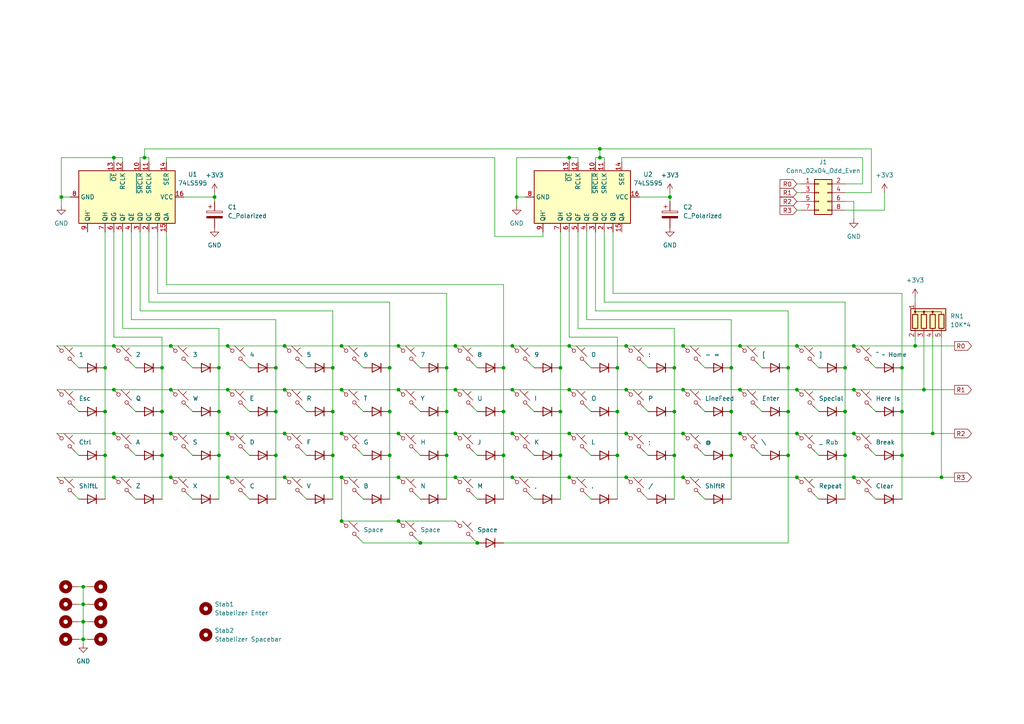
<source format=kicad_sch>
(kicad_sch (version 20211123) (generator eeschema)
  (paper "A4")
  (junction (at 33.02 100.33))
  (junction (at 162.56 106.68))
  (junction (at 148.59 113.03))
  (junction (at 96.52 106.68))
  (junction (at 146.05 106.68))
  (junction (at 247.65 138.43))
  (junction (at 265.43 100.33))
  (junction (at 24.13 175.26))
  (junction (at 24.13 170.18))
  (junction (at 115.57 113.03))
  (junction (at 148.59 125.73))
  (junction (at 82.55 113.03))
  (junction (at 132.08 138.43))
  (junction (at 261.62 106.68))
  (junction (at 212.09 132.08))
  (junction (at 99.06 125.73))
  (junction (at 165.1 45.72))
  (junction (at 165.1 113.03))
  (junction (at 96.52 119.38))
  (junction (at 63.5 106.68))
  (junction (at 49.53 100.33))
  (junction (at 82.55 100.33))
  (junction (at 99.06 151.13))
  (junction (at 121.92 157.48))
  (junction (at 149.86 57.15))
  (junction (at 181.61 113.03))
  (junction (at 245.11 106.68))
  (junction (at 214.63 125.73))
  (junction (at 99.06 113.03))
  (junction (at 80.01 119.38))
  (junction (at 66.04 100.33))
  (junction (at 132.08 125.73))
  (junction (at 63.5 119.38))
  (junction (at 129.54 106.68))
  (junction (at 113.03 119.38))
  (junction (at 228.6 119.38))
  (junction (at 228.6 132.08))
  (junction (at 179.07 106.68))
  (junction (at 162.56 119.38))
  (junction (at 33.02 45.72))
  (junction (at 132.08 100.33))
  (junction (at 273.05 138.43))
  (junction (at 66.04 125.73))
  (junction (at 30.48 106.68))
  (junction (at 165.1 138.43))
  (junction (at 49.53 138.43))
  (junction (at 148.59 138.43))
  (junction (at 30.48 119.38))
  (junction (at 66.04 113.03))
  (junction (at 24.13 180.34))
  (junction (at 115.57 125.73))
  (junction (at 17.78 57.15))
  (junction (at 173.99 43.18))
  (junction (at 181.61 138.43))
  (junction (at 195.58 106.68))
  (junction (at 181.61 100.33))
  (junction (at 115.57 100.33))
  (junction (at 198.12 100.33))
  (junction (at 173.99 45.72))
  (junction (at 115.57 151.13))
  (junction (at 41.91 45.72))
  (junction (at 162.56 132.08))
  (junction (at 146.05 132.08))
  (junction (at 33.02 125.73))
  (junction (at 247.65 113.03))
  (junction (at 46.99 132.08))
  (junction (at 231.14 100.33))
  (junction (at 247.65 125.73))
  (junction (at 99.06 100.33))
  (junction (at 267.97 113.03))
  (junction (at 198.12 113.03))
  (junction (at 49.53 125.73))
  (junction (at 129.54 119.38))
  (junction (at 179.07 132.08))
  (junction (at 247.65 100.33))
  (junction (at 195.58 119.38))
  (junction (at 231.14 113.03))
  (junction (at 24.13 185.42))
  (junction (at 46.99 119.38))
  (junction (at 66.04 138.43))
  (junction (at 181.61 125.73))
  (junction (at 212.09 119.38))
  (junction (at 214.63 100.33))
  (junction (at 132.08 113.03))
  (junction (at 245.11 132.08))
  (junction (at 261.62 132.08))
  (junction (at 165.1 125.73))
  (junction (at 62.23 57.15))
  (junction (at 231.14 125.73))
  (junction (at 80.01 106.68))
  (junction (at 195.58 132.08))
  (junction (at 270.51 125.73))
  (junction (at 82.55 138.43))
  (junction (at 228.6 106.68))
  (junction (at 148.59 100.33))
  (junction (at 99.06 138.43))
  (junction (at 212.09 106.68))
  (junction (at 115.57 138.43))
  (junction (at 129.54 132.08))
  (junction (at 82.55 125.73))
  (junction (at 261.62 119.38))
  (junction (at 245.11 119.38))
  (junction (at 198.12 125.73))
  (junction (at 113.03 132.08))
  (junction (at 231.14 138.43))
  (junction (at 96.52 132.08))
  (junction (at 30.48 132.08))
  (junction (at 46.99 106.68))
  (junction (at 33.02 113.03))
  (junction (at 194.31 57.15))
  (junction (at 33.02 138.43))
  (junction (at 198.12 138.43))
  (junction (at 165.1 100.33))
  (junction (at 80.01 132.08))
  (junction (at 146.05 119.38))
  (junction (at 113.03 106.68))
  (junction (at 49.53 113.03))
  (junction (at 214.63 113.03))
  (junction (at 179.07 119.38))
  (junction (at 138.43 157.48))
  (junction (at 63.5 132.08))
  (wire (pts (xy 172.72 45.72) (xy 173.99 45.72)))
  (wire (pts (xy 33.02 100.33) (xy 49.53 100.33)))
  (wire (pts (xy 137.16 105.41) (xy 138.43 106.68)))
  (wire (pts (xy 41.91 43.18) (xy 41.91 45.72)))
  (wire (pts (xy 212.09 92.71) (xy 212.09 106.68)))
  (wire (pts (xy 252.73 43.18) (xy 252.73 55.88)))
  (wire (pts (xy 38.1 118.11) (xy 39.37 119.38)))
  (wire (pts (xy 33.02 138.43) (xy 49.53 138.43)))
  (wire (pts (xy 71.12 118.11) (xy 72.39 119.38)))
  (wire (pts (xy 167.64 46.99) (xy 167.64 45.72)))
  (wire (pts (xy 113.03 106.68) (xy 113.03 119.38)))
  (wire (pts (xy 214.63 125.73) (xy 231.14 125.73)))
  (wire (pts (xy 82.55 125.73) (xy 99.06 125.73)))
  (wire (pts (xy 256.54 55.88) (xy 256.54 60.96)))
  (wire (pts (xy 261.62 119.38) (xy 261.62 132.08)))
  (wire (pts (xy 33.02 125.73) (xy 49.53 125.73)))
  (wire (pts (xy 252.73 105.41) (xy 254 106.68)))
  (wire (pts (xy 120.65 143.51) (xy 121.92 144.78)))
  (wire (pts (xy 212.09 106.68) (xy 212.09 119.38)))
  (wire (pts (xy 212.09 132.08) (xy 212.09 144.78)))
  (wire (pts (xy 96.52 132.08) (xy 96.52 144.78)))
  (wire (pts (xy 35.56 46.99) (xy 35.56 45.72)))
  (wire (pts (xy 120.65 156.21) (xy 121.92 157.48)))
  (wire (pts (xy 245.11 106.68) (xy 245.11 119.38)))
  (wire (pts (xy 236.22 118.11) (xy 237.49 119.38)))
  (wire (pts (xy 179.07 106.68) (xy 179.07 119.38)))
  (wire (pts (xy 104.14 156.21) (xy 105.41 157.48)))
  (wire (pts (xy 256.54 60.96) (xy 245.11 60.96)))
  (wire (pts (xy 99.06 113.03) (xy 115.57 113.03)))
  (wire (pts (xy 104.14 105.41) (xy 105.41 106.68)))
  (wire (pts (xy 22.86 170.18) (xy 24.13 170.18)))
  (wire (pts (xy 40.64 46.99) (xy 40.64 45.72)))
  (wire (pts (xy 172.72 67.31) (xy 172.72 90.17)))
  (wire (pts (xy 46.99 119.38) (xy 46.99 132.08)))
  (wire (pts (xy 185.42 57.15) (xy 194.31 57.15)))
  (wire (pts (xy 121.92 157.48) (xy 138.43 157.48)))
  (wire (pts (xy 54.61 130.81) (xy 55.88 132.08)))
  (wire (pts (xy 148.59 125.73) (xy 165.1 125.73)))
  (wire (pts (xy 203.2 130.81) (xy 204.47 132.08)))
  (wire (pts (xy 33.02 45.72) (xy 33.02 46.99)))
  (wire (pts (xy 167.64 95.25) (xy 195.58 95.25)))
  (wire (pts (xy 273.05 97.79) (xy 273.05 138.43)))
  (wire (pts (xy 214.63 113.03) (xy 231.14 113.03)))
  (wire (pts (xy 245.11 58.42) (xy 247.65 58.42)))
  (wire (pts (xy 48.26 46.99) (xy 48.26 45.72)))
  (wire (pts (xy 149.86 57.15) (xy 152.4 57.15)))
  (wire (pts (xy 228.6 90.17) (xy 228.6 106.68)))
  (wire (pts (xy 181.61 113.03) (xy 198.12 113.03)))
  (wire (pts (xy 247.65 113.03) (xy 267.97 113.03)))
  (wire (pts (xy 137.16 130.81) (xy 138.43 132.08)))
  (wire (pts (xy 143.51 68.58) (xy 157.48 68.58)))
  (wire (pts (xy 17.78 57.15) (xy 17.78 59.69)))
  (wire (pts (xy 96.52 106.68) (xy 96.52 119.38)))
  (wire (pts (xy 17.78 57.15) (xy 20.32 57.15)))
  (wire (pts (xy 35.56 95.25) (xy 63.5 95.25)))
  (wire (pts (xy 203.2 105.41) (xy 204.47 106.68)))
  (wire (pts (xy 43.18 45.72) (xy 43.18 46.99)))
  (wire (pts (xy 148.59 100.33) (xy 165.1 100.33)))
  (wire (pts (xy 63.5 95.25) (xy 63.5 106.68)))
  (wire (pts (xy 236.22 105.41) (xy 237.49 106.68)))
  (wire (pts (xy 172.72 90.17) (xy 228.6 90.17)))
  (wire (pts (xy 82.55 138.43) (xy 99.06 138.43)))
  (wire (pts (xy 148.59 113.03) (xy 165.1 113.03)))
  (wire (pts (xy 30.48 106.68) (xy 30.48 119.38)))
  (wire (pts (xy 62.23 55.88) (xy 62.23 57.15)))
  (wire (pts (xy 38.1 92.71) (xy 80.01 92.71)))
  (wire (pts (xy 40.64 45.72) (xy 41.91 45.72)))
  (wire (pts (xy 49.53 125.73) (xy 66.04 125.73)))
  (wire (pts (xy 153.67 105.41) (xy 154.94 106.68)))
  (wire (pts (xy 71.12 130.81) (xy 72.39 132.08)))
  (wire (pts (xy 231.14 138.43) (xy 247.65 138.43)))
  (wire (pts (xy 48.26 82.55) (xy 146.05 82.55)))
  (wire (pts (xy 198.12 100.33) (xy 214.63 100.33)))
  (wire (pts (xy 113.03 119.38) (xy 113.03 132.08)))
  (wire (pts (xy 120.65 105.41) (xy 121.92 106.68)))
  (wire (pts (xy 175.26 67.31) (xy 175.26 87.63)))
  (wire (pts (xy 99.06 125.73) (xy 115.57 125.73)))
  (wire (pts (xy 186.69 105.41) (xy 187.96 106.68)))
  (wire (pts (xy 247.65 100.33) (xy 265.43 100.33)))
  (wire (pts (xy 115.57 151.13) (xy 132.08 151.13)))
  (wire (pts (xy 170.18 92.71) (xy 212.09 92.71)))
  (wire (pts (xy 153.67 143.51) (xy 154.94 144.78)))
  (wire (pts (xy 173.99 43.18) (xy 173.99 45.72)))
  (wire (pts (xy 214.63 100.33) (xy 231.14 100.33)))
  (wire (pts (xy 46.99 132.08) (xy 46.99 144.78)))
  (wire (pts (xy 33.02 113.03) (xy 49.53 113.03)))
  (wire (pts (xy 22.86 185.42) (xy 24.13 185.42)))
  (wire (pts (xy 179.07 97.79) (xy 179.07 106.68)))
  (wire (pts (xy 165.1 113.03) (xy 181.61 113.03)))
  (wire (pts (xy 261.62 85.09) (xy 261.62 106.68)))
  (wire (pts (xy 24.13 170.18) (xy 24.13 175.26)))
  (wire (pts (xy 146.05 106.68) (xy 146.05 119.38)))
  (wire (pts (xy 129.54 132.08) (xy 129.54 144.78)))
  (wire (pts (xy 267.97 113.03) (xy 276.86 113.03)))
  (wire (pts (xy 105.41 157.48) (xy 121.92 157.48)))
  (wire (pts (xy 38.1 105.41) (xy 39.37 106.68)))
  (wire (pts (xy 63.5 106.68) (xy 63.5 119.38)))
  (wire (pts (xy 17.78 45.72) (xy 33.02 45.72)))
  (wire (pts (xy 16.51 125.73) (xy 33.02 125.73)))
  (wire (pts (xy 17.78 45.72) (xy 17.78 57.15)))
  (wire (pts (xy 228.6 132.08) (xy 228.6 157.48)))
  (wire (pts (xy 87.63 118.11) (xy 88.9 119.38)))
  (wire (pts (xy 252.73 118.11) (xy 254 119.38)))
  (wire (pts (xy 186.69 143.51) (xy 187.96 144.78)))
  (wire (pts (xy 265.43 86.36) (xy 265.43 87.63)))
  (wire (pts (xy 120.65 118.11) (xy 121.92 119.38)))
  (wire (pts (xy 170.18 143.51) (xy 171.45 144.78)))
  (wire (pts (xy 120.65 130.81) (xy 121.92 132.08)))
  (wire (pts (xy 80.01 119.38) (xy 80.01 132.08)))
  (wire (pts (xy 46.99 106.68) (xy 46.99 119.38)))
  (wire (pts (xy 245.11 87.63) (xy 245.11 106.68)))
  (wire (pts (xy 162.56 106.68) (xy 162.56 119.38)))
  (wire (pts (xy 99.06 138.43) (xy 115.57 138.43)))
  (wire (pts (xy 38.1 143.51) (xy 39.37 144.78)))
  (wire (pts (xy 162.56 67.31) (xy 162.56 106.68)))
  (wire (pts (xy 186.69 118.11) (xy 187.96 119.38)))
  (wire (pts (xy 71.12 105.41) (xy 72.39 106.68)))
  (wire (pts (xy 62.23 57.15) (xy 62.23 58.42)))
  (wire (pts (xy 54.61 105.41) (xy 55.88 106.68)))
  (wire (pts (xy 48.26 82.55) (xy 48.26 67.31)))
  (wire (pts (xy 212.09 119.38) (xy 212.09 132.08)))
  (wire (pts (xy 231.14 55.88) (xy 232.41 55.88)))
  (wire (pts (xy 63.5 119.38) (xy 63.5 132.08)))
  (wire (pts (xy 146.05 119.38) (xy 146.05 132.08)))
  (wire (pts (xy 87.63 143.51) (xy 88.9 144.78)))
  (wire (pts (xy 137.16 143.51) (xy 138.43 144.78)))
  (wire (pts (xy 181.61 100.33) (xy 198.12 100.33)))
  (wire (pts (xy 33.02 97.79) (xy 46.99 97.79)))
  (wire (pts (xy 252.73 130.81) (xy 254 132.08)))
  (wire (pts (xy 267.97 97.79) (xy 267.97 113.03)))
  (wire (pts (xy 228.6 106.68) (xy 228.6 119.38)))
  (wire (pts (xy 252.73 143.51) (xy 254 144.78)))
  (wire (pts (xy 129.54 119.38) (xy 129.54 132.08)))
  (wire (pts (xy 16.51 113.03) (xy 33.02 113.03)))
  (wire (pts (xy 115.57 125.73) (xy 132.08 125.73)))
  (wire (pts (xy 162.56 132.08) (xy 162.56 144.78)))
  (wire (pts (xy 33.02 67.31) (xy 33.02 97.79)))
  (wire (pts (xy 54.61 143.51) (xy 55.88 144.78)))
  (wire (pts (xy 53.34 57.15) (xy 62.23 57.15)))
  (wire (pts (xy 173.99 43.18) (xy 252.73 43.18)))
  (wire (pts (xy 228.6 119.38) (xy 228.6 132.08)))
  (wire (pts (xy 261.62 132.08) (xy 261.62 144.78)))
  (wire (pts (xy 231.14 53.34) (xy 232.41 53.34)))
  (wire (pts (xy 80.01 106.68) (xy 80.01 119.38)))
  (wire (pts (xy 261.62 106.68) (xy 261.62 119.38)))
  (wire (pts (xy 180.34 45.72) (xy 250.19 45.72)))
  (wire (pts (xy 54.61 118.11) (xy 55.88 119.38)))
  (wire (pts (xy 132.08 138.43) (xy 148.59 138.43)))
  (wire (pts (xy 177.8 85.09) (xy 261.62 85.09)))
  (wire (pts (xy 247.65 58.42) (xy 247.65 63.5)))
  (wire (pts (xy 71.12 143.51) (xy 72.39 144.78)))
  (wire (pts (xy 143.51 45.72) (xy 143.51 68.58)))
  (wire (pts (xy 149.86 57.15) (xy 149.86 59.69)))
  (wire (pts (xy 175.26 87.63) (xy 245.11 87.63)))
  (wire (pts (xy 165.1 125.73) (xy 181.61 125.73)))
  (wire (pts (xy 162.56 119.38) (xy 162.56 132.08)))
  (wire (pts (xy 247.65 138.43) (xy 273.05 138.43)))
  (wire (pts (xy 231.14 125.73) (xy 247.65 125.73)))
  (wire (pts (xy 250.19 45.72) (xy 250.19 53.34)))
  (wire (pts (xy 175.26 45.72) (xy 175.26 46.99)))
  (wire (pts (xy 25.4 175.26) (xy 24.13 175.26)))
  (wire (pts (xy 173.99 45.72) (xy 175.26 45.72)))
  (wire (pts (xy 25.4 180.34) (xy 24.13 180.34)))
  (wire (pts (xy 167.64 67.31) (xy 167.64 95.25)))
  (wire (pts (xy 30.48 119.38) (xy 30.48 132.08)))
  (wire (pts (xy 40.64 90.17) (xy 40.64 67.31)))
  (wire (pts (xy 245.11 53.34) (xy 250.19 53.34)))
  (wire (pts (xy 157.48 68.58) (xy 157.48 67.31)))
  (wire (pts (xy 41.91 45.72) (xy 43.18 45.72)))
  (wire (pts (xy 170.18 67.31) (xy 170.18 92.71)))
  (wire (pts (xy 236.22 143.51) (xy 237.49 144.78)))
  (wire (pts (xy 41.91 43.18) (xy 173.99 43.18)))
  (wire (pts (xy 179.07 132.08) (xy 179.07 144.78)))
  (wire (pts (xy 219.71 118.11) (xy 220.98 119.38)))
  (wire (pts (xy 132.08 100.33) (xy 148.59 100.33)))
  (wire (pts (xy 170.18 130.81) (xy 171.45 132.08)))
  (wire (pts (xy 165.1 45.72) (xy 167.64 45.72)))
  (wire (pts (xy 24.13 180.34) (xy 24.13 185.42)))
  (wire (pts (xy 38.1 130.81) (xy 39.37 132.08)))
  (wire (pts (xy 198.12 138.43) (xy 231.14 138.43)))
  (wire (pts (xy 195.58 132.08) (xy 195.58 144.78)))
  (wire (pts (xy 43.18 87.63) (xy 43.18 67.31)))
  (wire (pts (xy 21.59 130.81) (xy 22.86 132.08)))
  (wire (pts (xy 170.18 105.41) (xy 171.45 106.68)))
  (wire (pts (xy 46.99 97.79) (xy 46.99 106.68)))
  (wire (pts (xy 181.61 138.43) (xy 198.12 138.43)))
  (wire (pts (xy 203.2 143.51) (xy 204.47 144.78)))
  (wire (pts (xy 195.58 119.38) (xy 195.58 132.08)))
  (wire (pts (xy 148.59 138.43) (xy 165.1 138.43)))
  (wire (pts (xy 66.04 125.73) (xy 82.55 125.73)))
  (wire (pts (xy 25.4 170.18) (xy 24.13 170.18)))
  (wire (pts (xy 245.11 132.08) (xy 245.11 144.78)))
  (wire (pts (xy 25.4 185.42) (xy 24.13 185.42)))
  (wire (pts (xy 195.58 95.25) (xy 195.58 106.68)))
  (wire (pts (xy 129.54 106.68) (xy 129.54 119.38)))
  (wire (pts (xy 24.13 185.42) (xy 24.13 186.69)))
  (wire (pts (xy 132.08 125.73) (xy 148.59 125.73)))
  (wire (pts (xy 49.53 138.43) (xy 66.04 138.43)))
  (wire (pts (xy 87.63 130.81) (xy 88.9 132.08)))
  (wire (pts (xy 99.06 151.13) (xy 115.57 151.13)))
  (wire (pts (xy 186.69 130.81) (xy 187.96 132.08)))
  (wire (pts (xy 33.02 45.72) (xy 35.56 45.72)))
  (wire (pts (xy 198.12 113.03) (xy 214.63 113.03)))
  (wire (pts (xy 231.14 100.33) (xy 247.65 100.33)))
  (wire (pts (xy 66.04 138.43) (xy 82.55 138.43)))
  (wire (pts (xy 30.48 67.31) (xy 30.48 106.68)))
  (wire (pts (xy 219.71 130.81) (xy 220.98 132.08)))
  (wire (pts (xy 273.05 138.43) (xy 276.86 138.43)))
  (wire (pts (xy 177.8 67.31) (xy 177.8 85.09)))
  (wire (pts (xy 165.1 67.31) (xy 165.1 97.79)))
  (wire (pts (xy 113.03 87.63) (xy 113.03 106.68)))
  (wire (pts (xy 99.06 100.33) (xy 115.57 100.33)))
  (wire (pts (xy 49.53 113.03) (xy 66.04 113.03)))
  (wire (pts (xy 129.54 85.09) (xy 129.54 106.68)))
  (wire (pts (xy 104.14 118.11) (xy 105.41 119.38)))
  (wire (pts (xy 132.08 113.03) (xy 148.59 113.03)))
  (wire (pts (xy 87.63 105.41) (xy 88.9 106.68)))
  (wire (pts (xy 115.57 113.03) (xy 132.08 113.03)))
  (wire (pts (xy 43.18 87.63) (xy 113.03 87.63)))
  (wire (pts (xy 21.59 143.51) (xy 22.86 144.78)))
  (wire (pts (xy 137.16 156.21) (xy 138.43 157.48)))
  (wire (pts (xy 198.12 125.73) (xy 214.63 125.73)))
  (wire (pts (xy 16.51 138.43) (xy 33.02 138.43)))
  (wire (pts (xy 82.55 113.03) (xy 99.06 113.03)))
  (wire (pts (xy 194.31 55.88) (xy 194.31 57.15)))
  (wire (pts (xy 35.56 95.25) (xy 35.56 67.31)))
  (wire (pts (xy 21.59 118.11) (xy 22.86 119.38)))
  (wire (pts (xy 22.86 175.26) (xy 24.13 175.26)))
  (wire (pts (xy 203.2 118.11) (xy 204.47 119.38)))
  (wire (pts (xy 146.05 132.08) (xy 146.05 144.78)))
  (wire (pts (xy 245.11 55.88) (xy 252.73 55.88)))
  (wire (pts (xy 30.48 132.08) (xy 30.48 144.78)))
  (wire (pts (xy 236.22 130.81) (xy 237.49 132.08)))
  (wire (pts (xy 228.6 157.48) (xy 146.05 157.48)))
  (wire (pts (xy 172.72 46.99) (xy 172.72 45.72)))
  (wire (pts (xy 21.59 105.41) (xy 22.86 106.68)))
  (wire (pts (xy 146.05 82.55) (xy 146.05 106.68)))
  (wire (pts (xy 99.06 138.43) (xy 99.06 151.13)))
  (wire (pts (xy 66.04 100.33) (xy 82.55 100.33)))
  (wire (pts (xy 113.03 132.08) (xy 113.03 144.78)))
  (wire (pts (xy 115.57 138.43) (xy 132.08 138.43)))
  (wire (pts (xy 16.51 100.33) (xy 33.02 100.33)))
  (wire (pts (xy 165.1 97.79) (xy 179.07 97.79)))
  (wire (pts (xy 45.72 85.09) (xy 129.54 85.09)))
  (wire (pts (xy 22.86 180.34) (xy 24.13 180.34)))
  (wire (pts (xy 231.14 58.42) (xy 232.41 58.42)))
  (wire (pts (xy 153.67 118.11) (xy 154.94 119.38)))
  (wire (pts (xy 38.1 92.71) (xy 38.1 67.31)))
  (wire (pts (xy 104.14 143.51) (xy 105.41 144.78)))
  (wire (pts (xy 219.71 105.41) (xy 220.98 106.68)))
  (wire (pts (xy 80.01 92.71) (xy 80.01 106.68)))
  (wire (pts (xy 247.65 125.73) (xy 270.51 125.73)))
  (wire (pts (xy 104.14 130.81) (xy 105.41 132.08)))
  (wire (pts (xy 80.01 132.08) (xy 80.01 144.78)))
  (wire (pts (xy 165.1 45.72) (xy 165.1 46.99)))
  (wire (pts (xy 265.43 100.33) (xy 276.86 100.33)))
  (wire (pts (xy 96.52 119.38) (xy 96.52 132.08)))
  (wire (pts (xy 63.5 132.08) (xy 63.5 144.78)))
  (wire (pts (xy 115.57 100.33) (xy 132.08 100.33)))
  (wire (pts (xy 82.55 100.33) (xy 99.06 100.33)))
  (wire (pts (xy 149.86 45.72) (xy 165.1 45.72)))
  (wire (pts (xy 265.43 97.79) (xy 265.43 100.33)))
  (wire (pts (xy 45.72 85.09) (xy 45.72 67.31)))
  (wire (pts (xy 66.04 113.03) (xy 82.55 113.03)))
  (wire (pts (xy 49.53 100.33) (xy 66.04 100.33)))
  (wire (pts (xy 270.51 125.73) (xy 276.86 125.73)))
  (wire (pts (xy 40.64 90.17) (xy 96.52 90.17)))
  (wire (pts (xy 165.1 138.43) (xy 181.61 138.43)))
  (wire (pts (xy 231.14 113.03) (xy 247.65 113.03)))
  (wire (pts (xy 179.07 119.38) (xy 179.07 132.08)))
  (wire (pts (xy 137.16 118.11) (xy 138.43 119.38)))
  (wire (pts (xy 48.26 45.72) (xy 143.51 45.72)))
  (wire (pts (xy 96.52 90.17) (xy 96.52 106.68)))
  (wire (pts (xy 180.34 45.72) (xy 180.34 46.99)))
  (wire (pts (xy 170.18 118.11) (xy 171.45 119.38)))
  (wire (pts (xy 195.58 106.68) (xy 195.58 119.38)))
  (wire (pts (xy 231.14 60.96) (xy 232.41 60.96)))
  (wire (pts (xy 165.1 100.33) (xy 181.61 100.33)))
  (wire (pts (xy 270.51 97.79) (xy 270.51 125.73)))
  (wire (pts (xy 149.86 45.72) (xy 149.86 57.15)))
  (wire (pts (xy 245.11 119.38) (xy 245.11 132.08)))
  (wire (pts (xy 24.13 175.26) (xy 24.13 180.34)))
  (wire (pts (xy 153.67 130.81) (xy 154.94 132.08)))
  (wire (pts (xy 194.31 57.15) (xy 194.31 58.42)))
  (wire (pts (xy 181.61 125.73) (xy 198.12 125.73)))
  (global_label "R0" (shape output) (at 276.86 100.33 0) (property "Intersheet References" "${INTERSHEET_REFS}" (effects hide)))
  (global_label "R0" (shape input) (at 231.14 53.34 180) (property "Intersheet References" "${INTERSHEET_REFS}" (effects hide)))
  (global_label "R1" (shape output) (at 276.86 113.03 0) (property "Intersheet References" "${INTERSHEET_REFS}" (effects hide)))
  (global_label "R2" (shape input) (at 231.14 58.42 180) (property "Intersheet References" "${INTERSHEET_REFS}" (effects hide)))
  (global_label "R1" (shape input) (at 231.14 55.88 180) (property "Intersheet References" "${INTERSHEET_REFS}" (effects hide)))
  (global_label "R3" (shape output) (at 276.86 138.43 0) (property "Intersheet References" "${INTERSHEET_REFS}" (effects hide)))
  (global_label "R2" (shape output) (at 276.86 125.73 0) (property "Intersheet References" "${INTERSHEET_REFS}" (effects hide)))
  (global_label "R3" (shape input) (at 231.14 60.96 180) (property "Intersheet References" "${INTERSHEET_REFS}" (effects hide)))
  (symbol (lib_id "Switch:SW_Push_45deg") (at 233.68 102.87 270) (mirror x) (unit 1)
    (property "Reference" "SW55" (effects hide))
    (property "Value" "]" (at 237.49 102.8699 90) (effects (justify left)))
    (property "Footprint" "Keys:SW_Hybrid_Cherry_MX_Alps_1.00u" (effects hide))
  )
  (symbol (lib_id "Diode:1N4148") (at 241.3 132.08 0) (mirror y) (unit 1)
    (property "Reference" "D54" (effects hide))
    (property "Value" "1N4148" (effects hide))
    (property "Footprint" "Diode_THT:D_DO-35_SOD27_P7.62mm_Horizontal" (effects hide))
    (property "Datasheet" "https://assets.nexperia.com/documents/data-sheet/1N4148_1N4448.pdf" (effects hide))
  )
  (symbol (lib_id "Diode:1N4148") (at 224.79 106.68 0) (mirror y) (unit 1)
    (property "Reference" "D50" (effects hide))
    (property "Value" "1N4148" (effects hide))
    (property "Footprint" "Diode_THT:D_DO-35_SOD27_P7.62mm_Horizontal" (effects hide))
    (property "Datasheet" "https://assets.nexperia.com/documents/data-sheet/1N4148_1N4448.pdf" (effects hide))
  )
  (symbol (lib_id "Switch:SW_Push_45deg") (at 233.68 115.57 270) (mirror x) (unit 1)
    (property "Reference" "SW62" (effects hide))
    (property "Value" "Special" (at 237.49 115.5699 90) (effects (justify left)))
    (property "Footprint" "Button_Switch_THT:SW_PUSH-12mm" (effects hide))
  )
  (symbol (lib_id "Switch:SW_Push_45deg") (at 200.66 115.57 270) (mirror x) (unit 1)
    (property "Reference" "SW49" (effects hide))
    (property "Value" "LineFeed" (at 204.47 115.5699 90) (effects (justify left)))
    (property "Footprint" "Keys:SW_Hybrid_Cherry_MX_Alps_1.00u" (effects hide))
  )
  (symbol (lib_id "Diode:1N4148") (at 191.77 106.68 0) (mirror y) (unit 1)
    (property "Reference" "D42" (effects hide))
    (property "Value" "1N4148" (effects hide))
    (property "Footprint" "Diode_THT:D_DO-35_SOD27_P7.62mm_Horizontal" (effects hide))
    (property "Datasheet" "https://assets.nexperia.com/documents/data-sheet/1N4148_1N4448.pdf" (effects hide))
  )
  (symbol (lib_id "Mechanical:MountingHole_Pad") (at 27.94 175.26 270) (unit 1)
    (property "Reference" "H7" (effects hide))
    (property "Value" "MountingHole_Pad" (effects hide))
    (property "Footprint" "MountingHole:MountingHole_3.2mm_M3_Pad_Via" (effects hide))
  )
  (symbol (lib_id "Switch:SW_Push_45deg") (at 52.07 128.27 270) (mirror x) (unit 1)
    (property "Reference" "SW11" (effects hide))
    (property "Value" "S" (at 55.88 128.2699 90) (effects (justify left)))
    (property "Footprint" "Keys:SW_Hybrid_Cherry_MX_Alps_1.00u" (effects hide))
  )
  (symbol (lib_id "Diode:1N4148") (at 191.77 144.78 0) (mirror y) (unit 1)
    (property "Reference" "D45" (effects hide))
    (property "Value" "1N4148" (effects hide))
    (property "Footprint" "Diode_THT:D_DO-35_SOD27_P7.62mm_Horizontal" (effects hide))
    (property "Datasheet" "https://assets.nexperia.com/documents/data-sheet/1N4148_1N4448.pdf" (effects hide))
  )
  (symbol (lib_id "Diode:1N4148") (at 43.18 106.68 0) (mirror y) (unit 1)
    (property "Reference" "D5" (effects hide))
    (property "Value" "1N4148" (effects hide))
    (property "Footprint" "Diode_THT:D_DO-35_SOD27_P7.62mm_Horizontal" (effects hide))
    (property "Datasheet" "https://assets.nexperia.com/documents/data-sheet/1N4148_1N4448.pdf" (effects hide))
  )
  (symbol (lib_id "Switch:SW_Push_45deg") (at 101.6 102.87 270) (mirror x) (unit 1)
    (property "Reference" "SW21" (effects hide))
    (property "Value" "6" (at 105.41 102.8699 90) (effects (justify left)))
    (property "Footprint" "Keys:SW_Hybrid_Cherry_MX_Alps_1.00u" (effects hide))
  )
  (symbol (lib_id "Diode:1N4148") (at 142.24 106.68 0) (mirror y) (unit 1)
    (property "Reference" "D29" (effects hide))
    (property "Value" "1N4148" (effects hide))
    (property "Footprint" "Diode_THT:D_DO-35_SOD27_P7.62mm_Horizontal" (effects hide))
    (property "Datasheet" "https://assets.nexperia.com/documents/data-sheet/1N4148_1N4448.pdf" (effects hide))
  )
  (symbol (lib_id "Switch:SW_Push_45deg") (at 101.6 140.97 270) (mirror x) (unit 1)
    (property "Reference" "SW24" (effects hide))
    (property "Value" "B" (at 105.41 140.9699 90) (effects (justify left)))
    (property "Footprint" "Keys:SW_Hybrid_Cherry_MX_Alps_1.00u" (effects hide))
  )
  (symbol (lib_id "Diode:1N4148") (at 43.18 144.78 0) (mirror y) (unit 1)
    (property "Reference" "D8" (effects hide))
    (property "Value" "1N4148" (effects hide))
    (property "Footprint" "Diode_THT:D_DO-35_SOD27_P7.62mm_Horizontal" (effects hide))
    (property "Datasheet" "https://assets.nexperia.com/documents/data-sheet/1N4148_1N4448.pdf" (effects hide))
  )
  (symbol (lib_id "Mechanical:MountingHole") (at 59.69 184.15 0) (unit 1)
    (property "Reference" "Stab2" (at 62.23 182.8799 0) (effects (justify left)))
    (property "Value" "Stabelizer Spacebar" (at 62.23 185.4199 0) (effects (justify left)))
    (property "Footprint" "KeysStable:Stabilizer_Cherry_MX_6.00u" (effects hide))
  )
  (symbol (lib_id "Switch:SW_Push_45deg") (at 217.17 102.87 270) (mirror x) (unit 1)
    (property "Reference" "SW52" (effects hide))
    (property "Value" "[" (at 220.98 102.8699 90) (effects (justify left)))
    (property "Footprint" "Keys:SW_Hybrid_Cherry_MX_Alps_1.00u" (effects hide))
  )
  (symbol (lib_id "Switch:SW_Push_45deg") (at 167.64 115.57 270) (mirror x) (unit 1)
    (property "Reference" "SW41" (effects hide))
    (property "Value" "O" (at 171.45 115.5699 90) (effects (justify left)))
    (property "Footprint" "Keys:SW_Hybrid_Cherry_MX_Alps_1.00u" (effects hide))
  )
  (symbol (lib_id "Switch:SW_Push_45deg") (at 250.19 102.87 270) (mirror x) (unit 1)
    (property "Reference" "SW58" (effects hide))
    (property "Value" "^ ~ Home" (at 254 102.8699 90) (effects (justify left)))
    (property "Footprint" "Keys:SW_Hybrid_Cherry_MX_Alps_1.00u" (effects hide))
  )
  (symbol (lib_id "Switch:SW_Push_45deg") (at 35.56 102.87 270) (mirror x) (unit 1)
    (property "Reference" "SW5" (effects hide))
    (property "Value" "2" (at 39.37 102.8699 90) (effects (justify left)))
    (property "Footprint" "Keys:SW_Hybrid_Cherry_MX_Alps_1.00u" (effects hide))
  )
  (symbol (lib_id "Diode:1N4148") (at 175.26 144.78 0) (mirror y) (unit 1)
    (property "Reference" "D41" (effects hide))
    (property "Value" "1N4148" (effects hide))
    (property "Footprint" "Diode_THT:D_DO-35_SOD27_P7.62mm_Horizontal" (effects hide))
    (property "Datasheet" "https://assets.nexperia.com/documents/data-sheet/1N4148_1N4448.pdf" (effects hide))
  )
  (symbol (lib_id "Diode:1N4148") (at 241.3 106.68 0) (mirror y) (unit 1)
    (property "Reference" "D53" (effects hide))
    (property "Value" "1N4148" (effects hide))
    (property "Footprint" "Diode_THT:D_DO-35_SOD27_P7.62mm_Horizontal" (effects hide))
    (property "Datasheet" "https://assets.nexperia.com/documents/data-sheet/1N4148_1N4448.pdf" (effects hide))
  )
  (symbol (lib_id "power:GND") (at 149.86 59.69 0) (unit 1)
    (property "Reference" "#PWR0101" (effects hide))
    (property "Value" "GND" (at 149.86 64.77 0))
  )
  (symbol (lib_id "Mechanical:MountingHole_Pad") (at 20.32 185.42 90) (unit 1)
    (property "Reference" "H5" (effects hide))
    (property "Value" "MountingHole_Pad" (effects hide))
    (property "Footprint" "MountingHole:MountingHole_3.2mm_M3_Pad_Via" (effects hide))
  )
  (symbol (lib_id "Diode:1N4148") (at 26.67 144.78 0) (mirror y) (unit 1)
    (property "Reference" "D4" (effects hide))
    (property "Value" "1N4148" (effects hide))
    (property "Footprint" "Diode_THT:D_DO-35_SOD27_P7.62mm_Horizontal" (effects hide))
    (property "Datasheet" "https://assets.nexperia.com/documents/data-sheet/1N4148_1N4448.pdf" (effects hide))
  )
  (symbol (lib_id "Diode:1N4148") (at 59.69 144.78 0) (mirror y) (unit 1)
    (property "Reference" "D12" (effects hide))
    (property "Value" "1N4148" (effects hide))
    (property "Footprint" "Diode_THT:D_DO-35_SOD27_P7.62mm_Horizontal" (effects hide))
    (property "Datasheet" "https://assets.nexperia.com/documents/data-sheet/1N4148_1N4448.pdf" (effects hide))
  )
  (symbol (lib_id "Mechanical:MountingHole_Pad") (at 20.32 170.18 90) (unit 1)
    (property "Reference" "H2" (effects hide))
    (property "Value" "MountingHole_Pad" (effects hide))
    (property "Footprint" "MountingHole:MountingHole_3.2mm_M3_Pad_Via" (effects hide))
  )
  (symbol (lib_id "Switch:SW_Push_45deg") (at 134.62 102.87 270) (mirror x) (unit 1)
    (property "Reference" "SW31" (effects hide))
    (property "Value" "8" (at 138.43 102.8699 90) (effects (justify left)))
    (property "Footprint" "Keys:SW_Hybrid_Cherry_MX_Alps_1.00u" (effects hide))
  )
  (symbol (lib_id "Switch:SW_Push_45deg") (at 101.6 115.57 270) (mirror x) (unit 1)
    (property "Reference" "SW22" (effects hide))
    (property "Value" "T" (at 105.41 115.5699 90) (effects (justify left)))
    (property "Footprint" "Keys:SW_Hybrid_Cherry_MX_Alps_1.00u" (effects hide))
  )
  (symbol (lib_id "power:+3V3") (at 194.31 55.88 0) (unit 1)
    (property "Reference" "#PWR0105" (effects hide))
    (property "Value" "+3V3" (at 194.31 50.8 0))
  )
  (symbol (lib_id "Switch:SW_Push_45deg") (at 85.09 140.97 270) (mirror x) (unit 1)
    (property "Reference" "SW20" (effects hide))
    (property "Value" "V" (at 88.9 140.9699 90) (effects (justify left)))
    (property "Footprint" "Keys:SW_Hybrid_Cherry_MX_Alps_1.00u" (effects hide))
  )
  (symbol (lib_id "Diode:1N4148") (at 26.67 106.68 0) (mirror y) (unit 1)
    (property "Reference" "D1" (effects hide))
    (property "Value" "1N4148" (effects hide))
    (property "Footprint" "Diode_THT:D_DO-35_SOD27_P7.62mm_Horizontal" (effects hide))
    (property "Datasheet" "https://assets.nexperia.com/documents/data-sheet/1N4148_1N4448.pdf" (effects hide))
  )
  (symbol (lib_id "Diode:1N4148") (at 92.71 119.38 0) (mirror y) (unit 1)
    (property "Reference" "D18" (effects hide))
    (property "Value" "1N4148" (effects hide))
    (property "Footprint" "Diode_THT:D_DO-35_SOD27_P7.62mm_Horizontal" (effects hide))
    (property "Datasheet" "https://assets.nexperia.com/documents/data-sheet/1N4148_1N4448.pdf" (effects hide))
  )
  (symbol (lib_id "Diode:1N4148") (at 92.71 144.78 0) (mirror y) (unit 1)
    (property "Reference" "D20" (effects hide))
    (property "Value" "1N4148" (effects hide))
    (property "Footprint" "Diode_THT:D_DO-35_SOD27_P7.62mm_Horizontal" (effects hide))
    (property "Datasheet" "https://assets.nexperia.com/documents/data-sheet/1N4148_1N4448.pdf" (effects hide))
  )
  (symbol (lib_id "Diode:1N4148") (at 175.26 119.38 0) (mirror y) (unit 1)
    (property "Reference" "D39" (effects hide))
    (property "Value" "1N4148" (effects hide))
    (property "Footprint" "Diode_THT:D_DO-35_SOD27_P7.62mm_Horizontal" (effects hide))
    (property "Datasheet" "https://assets.nexperia.com/documents/data-sheet/1N4148_1N4448.pdf" (effects hide))
  )
  (symbol (lib_id "Diode:1N4148") (at 76.2 132.08 0) (mirror y) (unit 1)
    (property "Reference" "D15" (effects hide))
    (property "Value" "1N4148" (effects hide))
    (property "Footprint" "Diode_THT:D_DO-35_SOD27_P7.62mm_Horizontal" (effects hide))
    (property "Datasheet" "https://assets.nexperia.com/documents/data-sheet/1N4148_1N4448.pdf" (effects hide))
  )
  (symbol (lib_id "Switch:SW_Push_45deg") (at 52.07 140.97 270) (mirror x) (unit 1)
    (property "Reference" "SW12" (effects hide))
    (property "Value" "X" (at 55.88 140.9699 90) (effects (justify left)))
    (property "Footprint" "Keys:SW_Hybrid_Cherry_MX_Alps_1.00u" (effects hide))
  )
  (symbol (lib_id "Switch:SW_Push_45deg") (at 118.11 153.67 270) (mirror x) (unit 1)
    (property "Reference" "SW30" (effects hide))
    (property "Value" "Space" (at 121.92 153.6699 90) (effects (justify left)))
    (property "Footprint" "Keys:SW_Hybrid_Cherry_MX_Alps_6.50u" (effects hide))
  )
  (symbol (lib_id "Diode:1N4148") (at 125.73 132.08 0) (mirror y) (unit 1)
    (property "Reference" "D27" (effects hide))
    (property "Value" "1N4148" (effects hide))
    (property "Footprint" "Diode_THT:D_DO-35_SOD27_P7.62mm_Horizontal" (effects hide))
    (property "Datasheet" "https://assets.nexperia.com/documents/data-sheet/1N4148_1N4448.pdf" (effects hide))
  )
  (symbol (lib_id "Diode:1N4148") (at 158.75 132.08 0) (mirror y) (unit 1)
    (property "Reference" "D36" (effects hide))
    (property "Value" "1N4148" (effects hide))
    (property "Footprint" "Diode_THT:D_DO-35_SOD27_P7.62mm_Horizontal" (effects hide))
    (property "Datasheet" "https://assets.nexperia.com/documents/data-sheet/1N4148_1N4448.pdf" (effects hide))
  )
  (symbol (lib_id "Diode:1N4148") (at 241.3 119.38 0) (mirror y) (unit 1)
    (property "Reference" "D60" (effects hide))
    (property "Value" "1N4148" (effects hide))
    (property "Footprint" "Diode_THT:D_DO-35_SOD27_P7.62mm_Horizontal" (effects hide))
    (property "Datasheet" "https://assets.nexperia.com/documents/data-sheet/1N4148_1N4448.pdf" (effects hide))
  )
  (symbol (lib_id "Switch:SW_Push_45deg") (at 85.09 115.57 270) (mirror x) (unit 1)
    (property "Reference" "SW18" (effects hide))
    (property "Value" "R" (at 88.9 115.5699 90) (effects (justify left)))
    (property "Footprint" "Keys:SW_Hybrid_Cherry_MX_Alps_1.00u" (effects hide))
  )
  (symbol (lib_id "Diode:1N4148") (at 257.81 119.38 0) (mirror y) (unit 1)
    (property "Reference" "D57" (effects hide))
    (property "Value" "1N4148" (effects hide))
    (property "Footprint" "Diode_THT:D_DO-35_SOD27_P7.62mm_Horizontal" (effects hide))
    (property "Datasheet" "https://assets.nexperia.com/documents/data-sheet/1N4148_1N4448.pdf" (effects hide))
  )
  (symbol (lib_id "Diode:1N4148") (at 26.67 132.08 0) (mirror y) (unit 1)
    (property "Reference" "D3" (effects hide))
    (property "Value" "1N4148" (effects hide))
    (property "Footprint" "Diode_THT:D_DO-35_SOD27_P7.62mm_Horizontal" (effects hide))
    (property "Datasheet" "https://assets.nexperia.com/documents/data-sheet/1N4148_1N4448.pdf" (effects hide))
  )
  (symbol (lib_id "power:GND") (at 17.78 59.69 0) (unit 1)
    (property "Reference" "#PWR0104" (effects hide))
    (property "Value" "GND" (at 17.78 64.77 0))
  )
  (symbol (lib_id "Device:R_Network04") (at 270.51 92.71 0) (unit 1)
    (property "Reference" "RN1" (at 275.59 91.6939 0) (effects (justify left)))
    (property "Value" "10K*4" (at 275.59 94.2339 0) (effects (justify left)))
    (property "Footprint" "Resistor_THT:R_Array_SIP5" (effects hide))
    (property "Datasheet" "http://www.vishay.com/docs/31509/csc.pdf" (effects hide))
  )
  (symbol (lib_id "Switch:SW_Push_45deg") (at 167.64 140.97 270) (mirror x) (unit 1)
    (property "Reference" "SW43" (effects hide))
    (property "Value" "." (at 171.45 140.9699 90) (effects (justify left)))
    (property "Footprint" "Keys:SW_Hybrid_Cherry_MX_Alps_1.00u" (effects hide))
  )
  (symbol (lib_id "Switch:SW_Push_45deg") (at 250.19 128.27 270) (mirror x) (unit 1)
    (property "Reference" "SW60" (effects hide))
    (property "Value" "Break" (at 254 128.2699 90) (effects (justify left)))
    (property "Footprint" "Keys:SW_Hybrid_Cherry_MX_Alps_1.00u" (effects hide))
  )
  (symbol (lib_id "power:+3V3") (at 265.43 86.36 0) (unit 1)
    (property "Reference" "#PWR0110" (effects hide))
    (property "Value" "+3V3" (at 265.43 81.28 0))
  )
  (symbol (lib_id "Switch:SW_Push_45deg") (at 19.05 115.57 270) (mirror x) (unit 1)
    (property "Reference" "SW2" (effects hide))
    (property "Value" "Esc" (at 22.86 115.5699 90) (effects (justify left)))
    (property "Footprint" "Keys:SW_Hybrid_Cherry_MX_Alps_1.00u" (effects hide))
  )
  (symbol (lib_id "Mechanical:MountingHole_Pad") (at 27.94 180.34 270) (unit 1)
    (property "Reference" "H8" (effects hide))
    (property "Value" "MountingHole_Pad" (effects hide))
    (property "Footprint" "MountingHole:MountingHole_3.2mm_M3_Pad_Via" (effects hide))
  )
  (symbol (lib_id "Mechanical:MountingHole_Pad") (at 27.94 185.42 270) (unit 1)
    (property "Reference" "H1" (effects hide))
    (property "Value" "MountingHole_Pad" (effects hide))
    (property "Footprint" "MountingHole:MountingHole_3.2mm_M3_Pad_Via" (effects hide))
  )
  (symbol (lib_id "Switch:SW_Push_45deg") (at 151.13 102.87 270) (mirror x) (unit 1)
    (property "Reference" "SW36" (effects hide))
    (property "Value" "9" (at 154.94 102.8699 90) (effects (justify left)))
    (property "Footprint" "Keys:SW_Hybrid_Cherry_MX_Alps_1.00u" (effects hide))
  )
  (symbol (lib_id "Switch:SW_Push_45deg") (at 52.07 115.57 270) (mirror x) (unit 1)
    (property "Reference" "SW10" (effects hide))
    (property "Value" "W" (at 55.88 115.5699 90) (effects (justify left)))
    (property "Footprint" "Keys:SW_Hybrid_Cherry_MX_Alps_1.00u" (effects hide))
  )
  (symbol (lib_id "Switch:SW_Push_45deg") (at 118.11 128.27 270) (mirror x) (unit 1)
    (property "Reference" "SW28" (effects hide))
    (property "Value" "H" (at 121.92 128.2699 90) (effects (justify left)))
    (property "Footprint" "Keys:SW_Hybrid_Cherry_MX_Alps_1.00u" (effects hide))
  )
  (symbol (lib_id "Diode:1N4148") (at 224.79 119.38 0) (mirror y) (unit 1)
    (property "Reference" "D51" (effects hide))
    (property "Value" "1N4148" (effects hide))
    (property "Footprint" "Diode_THT:D_DO-35_SOD27_P7.62mm_Horizontal" (effects hide))
    (property "Datasheet" "https://assets.nexperia.com/documents/data-sheet/1N4148_1N4448.pdf" (effects hide))
  )
  (symbol (lib_id "Diode:1N4148") (at 76.2 119.38 0) (mirror y) (unit 1)
    (property "Reference" "D14" (effects hide))
    (property "Value" "1N4148" (effects hide))
    (property "Footprint" "Diode_THT:D_DO-35_SOD27_P7.62mm_Horizontal" (effects hide))
    (property "Datasheet" "https://assets.nexperia.com/documents/data-sheet/1N4148_1N4448.pdf" (effects hide))
  )
  (symbol (lib_id "Diode:1N4148") (at 257.81 106.68 0) (mirror y) (unit 1)
    (property "Reference" "D56" (effects hide))
    (property "Value" "1N4148" (effects hide))
    (property "Footprint" "Diode_THT:D_DO-35_SOD27_P7.62mm_Horizontal" (effects hide))
    (property "Datasheet" "https://assets.nexperia.com/documents/data-sheet/1N4148_1N4448.pdf" (effects hide))
  )
  (symbol (lib_id "Diode:1N4148") (at 142.24 119.38 0) (mirror y) (unit 1)
    (property "Reference" "D30" (effects hide))
    (property "Value" "1N4148" (effects hide))
    (property "Footprint" "Diode_THT:D_DO-35_SOD27_P7.62mm_Horizontal" (effects hide))
    (property "Datasheet" "https://assets.nexperia.com/documents/data-sheet/1N4148_1N4448.pdf" (effects hide))
  )
  (symbol (lib_id "Switch:SW_Push_45deg") (at 85.09 128.27 270) (mirror x) (unit 1)
    (property "Reference" "SW19" (effects hide))
    (property "Value" "F" (at 88.9 128.2699 90) (effects (justify left)))
    (property "Footprint" "Keys:SW_Hybrid_Cherry_MX_Alps_1.00u" (effects hide))
  )
  (symbol (lib_id "Diode:1N4148") (at 76.2 106.68 0) (mirror y) (unit 1)
    (property "Reference" "D13" (effects hide))
    (property "Value" "1N4148" (effects hide))
    (property "Footprint" "Diode_THT:D_DO-35_SOD27_P7.62mm_Horizontal" (effects hide))
    (property "Datasheet" "https://assets.nexperia.com/documents/data-sheet/1N4148_1N4448.pdf" (effects hide))
  )
  (symbol (lib_id "Switch:SW_Push_45deg") (at 151.13 115.57 270) (mirror x) (unit 1)
    (property "Reference" "SW37" (effects hide))
    (property "Value" "I" (at 154.94 115.5699 90) (effects (justify left)))
    (property "Footprint" "Keys:SW_Hybrid_Cherry_MX_Alps_1.00u" (effects hide))
  )
  (symbol (lib_id "Diode:1N4148") (at 208.28 106.68 0) (mirror y) (unit 1)
    (property "Reference" "D46" (effects hide))
    (property "Value" "1N4148" (effects hide))
    (property "Footprint" "Diode_THT:D_DO-35_SOD27_P7.62mm_Horizontal" (effects hide))
    (property "Datasheet" "https://assets.nexperia.com/documents/data-sheet/1N4148_1N4448.pdf" (effects hide))
  )
  (symbol (lib_id "Mechanical:MountingHole_Pad") (at 20.32 175.26 90) (unit 1)
    (property "Reference" "H3" (effects hide))
    (property "Value" "MountingHole_Pad" (effects hide))
    (property "Footprint" "MountingHole:MountingHole_3.2mm_M3_Pad_Via" (effects hide))
  )
  (symbol (lib_id "Diode:1N4148") (at 175.26 106.68 0) (mirror y) (unit 1)
    (property "Reference" "D38" (effects hide))
    (property "Value" "1N4148" (effects hide))
    (property "Footprint" "Diode_THT:D_DO-35_SOD27_P7.62mm_Horizontal" (effects hide))
    (property "Datasheet" "https://assets.nexperia.com/documents/data-sheet/1N4148_1N4448.pdf" (effects hide))
  )
  (symbol (lib_id "Diode:1N4148") (at 158.75 144.78 0) (mirror y) (unit 1)
    (property "Reference" "D37" (effects hide))
    (property "Value" "1N4148" (effects hide))
    (property "Footprint" "Diode_THT:D_DO-35_SOD27_P7.62mm_Horizontal" (effects hide))
    (property "Datasheet" "https://assets.nexperia.com/documents/data-sheet/1N4148_1N4448.pdf" (effects hide))
  )
  (symbol (lib_id "Mechanical:MountingHole") (at 59.69 176.53 0) (unit 1)
    (property "Reference" "Stab1" (at 62.23 175.2599 0) (effects (justify left)))
    (property "Value" "Stabelizer Enter" (at 62.23 177.7999 0) (effects (justify left)))
    (property "Footprint" "KeysStable:Stabilizer_Cherry_MX_2.00u" (effects hide))
  )
  (symbol (lib_id "Diode:1N4148") (at 208.28 144.78 0) (mirror y) (unit 1)
    (property "Reference" "D49" (effects hide))
    (property "Value" "1N4148" (effects hide))
    (property "Footprint" "Diode_THT:D_DO-35_SOD27_P7.62mm_Horizontal" (effects hide))
    (property "Datasheet" "https://assets.nexperia.com/documents/data-sheet/1N4148_1N4448.pdf" (effects hide))
  )
  (symbol (lib_id "Switch:SW_Push_45deg") (at 167.64 128.27 270) (mirror x) (unit 1)
    (property "Reference" "SW42" (effects hide))
    (property "Value" "L" (at 171.45 128.2699 90) (effects (justify left)))
    (property "Footprint" "Keys:SW_Hybrid_Cherry_MX_Alps_1.00u" (effects hide))
  )
  (symbol (lib_id "Diode:1N4148") (at 191.77 119.38 0) (mirror y) (unit 1)
    (property "Reference" "D43" (effects hide))
    (property "Value" "1N4148" (effects hide))
    (property "Footprint" "Diode_THT:D_DO-35_SOD27_P7.62mm_Horizontal" (effects hide))
    (property "Datasheet" "https://assets.nexperia.com/documents/data-sheet/1N4148_1N4448.pdf" (effects hide))
  )
  (symbol (lib_id "Diode:1N4148") (at 92.71 106.68 0) (mirror y) (unit 1)
    (property "Reference" "D17" (effects hide))
    (property "Value" "1N4148" (effects hide))
    (property "Footprint" "Diode_THT:D_DO-35_SOD27_P7.62mm_Horizontal" (effects hide))
    (property "Datasheet" "https://assets.nexperia.com/documents/data-sheet/1N4148_1N4448.pdf" (effects hide))
  )
  (symbol (lib_id "Switch:SW_Push_45deg") (at 118.11 102.87 270) (mirror x) (unit 1)
    (property "Reference" "SW26" (effects hide))
    (property "Value" "7" (at 121.92 102.8699 90) (effects (justify left)))
    (property "Footprint" "Keys:SW_Hybrid_Cherry_MX_Alps_1.00u" (effects hide))
  )
  (symbol (lib_id "Switch:SW_Push_45deg") (at 250.19 140.97 270) (mirror x) (unit 1)
    (property "Reference" "SW61" (effects hide))
    (property "Value" "Clear" (at 254 140.9699 90) (effects (justify left)))
    (property "Footprint" "Keys:SW_Hybrid_Cherry_MX_Alps_1.00u" (effects hide))
  )
  (symbol (lib_id "Switch:SW_Push_45deg") (at 233.68 128.27 270) (mirror x) (unit 1)
    (property "Reference" "SW56" (effects hide))
    (property "Value" "_ Rub" (at 237.49 128.2699 90) (effects (justify left)))
    (property "Footprint" "Keys:SW_Hybrid_Cherry_MX_Alps_1.00u" (effects hide))
  )
  (symbol (lib_id "74xx:74LS595") (at 38.1 57.15 270) (unit 1)
    (property "Reference" "U1" (at 55.88 50.5712 90))
    (property "Value" "74LS595" (at 55.88 53.1112 90))
    (property "Footprint" "Package_DIP:DIP-16_W7.62mm_Socket" (effects hide))
    (property "Datasheet" "http://www.ti.com/lit/gpn/sn74ls595" (effects hide))
  )
  (symbol (lib_id "Diode:1N4148") (at 125.73 106.68 0) (mirror y) (unit 1)
    (property "Reference" "D25" (effects hide))
    (property "Value" "1N4148" (effects hide))
    (property "Footprint" "Diode_THT:D_DO-35_SOD27_P7.62mm_Horizontal" (effects hide))
    (property "Datasheet" "https://assets.nexperia.com/documents/data-sheet/1N4148_1N4448.pdf" (effects hide))
  )
  (symbol (lib_id "Switch:SW_Push_45deg") (at 101.6 153.67 270) (mirror x) (unit 1)
    (property "Reference" "SW25" (effects hide))
    (property "Value" "Space" (at 105.41 153.6699 90) (effects (justify left)))
    (property "Footprint" "Keys:SW_Hybrid_Cherry_MX_Alps_1.50u" (effects hide))
  )
  (symbol (lib_id "Connector_Generic:Conn_02x04_Odd_Even") (at 237.49 55.88 0) (unit 1)
    (property "Reference" "J1" (at 238.76 46.99 0))
    (property "Value" "Conn_02x04_Odd_Even" (at 238.76 49.53 0))
    (property "Footprint" "Connector_PinHeader_2.54mm:PinHeader_2x04_P2.54mm_Vertical" (effects hide))
  )
  (symbol (lib_id "Switch:SW_Push_45deg") (at 19.05 102.87 270) (mirror x) (unit 1)
    (property "Reference" "SW1" (effects hide))
    (property "Value" "1" (at 22.86 102.8699 90) (effects (justify left)))
    (property "Footprint" "Keys:SW_Hybrid_Cherry_MX_Alps_1.00u" (effects hide))
  )
  (symbol (lib_id "Switch:SW_Push_45deg") (at 184.15 115.57 270) (mirror x) (unit 1)
    (property "Reference" "SW45" (effects hide))
    (property "Value" "P" (at 187.96 115.5699 90) (effects (justify left)))
    (property "Footprint" "Keys:SW_Hybrid_Cherry_MX_Alps_1.00u" (effects hide))
  )
  (symbol (lib_id "Diode:1N4148") (at 92.71 132.08 0) (mirror y) (unit 1)
    (property "Reference" "D19" (effects hide))
    (property "Value" "1N4148" (effects hide))
    (property "Footprint" "Diode_THT:D_DO-35_SOD27_P7.62mm_Horizontal" (effects hide))
    (property "Datasheet" "https://assets.nexperia.com/documents/data-sheet/1N4148_1N4448.pdf" (effects hide))
  )
  (symbol (lib_id "Switch:SW_Push_45deg") (at 184.15 128.27 270) (mirror x) (unit 1)
    (property "Reference" "SW46" (effects hide))
    (property "Value" ";" (at 187.96 128.2699 90) (effects (justify left)))
    (property "Footprint" "Keys:SW_Hybrid_Cherry_MX_Alps_1.00u" (effects hide))
  )
  (symbol (lib_id "Switch:SW_Push_45deg") (at 151.13 128.27 270) (mirror x) (unit 1)
    (property "Reference" "SW38" (effects hide))
    (property "Value" "K" (at 154.94 128.2699 90) (effects (justify left)))
    (property "Footprint" "Keys:SW_Hybrid_Cherry_MX_Alps_1.00u" (effects hide))
  )
  (symbol (lib_id "power:+3V3") (at 62.23 55.88 0) (unit 1)
    (property "Reference" "#PWR0103" (effects hide))
    (property "Value" "+3V3" (at 62.23 50.8 0))
  )
  (symbol (lib_id "Diode:1N4148") (at 109.22 106.68 0) (mirror y) (unit 1)
    (property "Reference" "D21" (effects hide))
    (property "Value" "1N4148" (effects hide))
    (property "Footprint" "Diode_THT:D_DO-35_SOD27_P7.62mm_Horizontal" (effects hide))
    (property "Datasheet" "https://assets.nexperia.com/documents/data-sheet/1N4148_1N4448.pdf" (effects hide))
  )
  (symbol (lib_id "Switch:SW_Push_45deg") (at 85.09 102.87 270) (mirror x) (unit 1)
    (property "Reference" "SW17" (effects hide))
    (property "Value" "5" (at 88.9 102.8699 90) (effects (justify left)))
    (property "Footprint" "Keys:SW_Hybrid_Cherry_MX_Alps_1.00u" (effects hide))
  )
  (symbol (lib_id "Switch:SW_Push_45deg") (at 134.62 115.57 270) (mirror x) (unit 1)
    (property "Reference" "SW32" (effects hide))
    (property "Value" "U" (at 138.43 115.5699 90) (effects (justify left)))
    (property "Footprint" "Keys:SW_Hybrid_Cherry_MX_Alps_1.00u" (effects hide))
  )
  (symbol (lib_id "Switch:SW_Push_45deg") (at 101.6 128.27 270) (mirror x) (unit 1)
    (property "Reference" "SW23" (effects hide))
    (property "Value" "G" (at 105.41 128.2699 90) (effects (justify left)))
    (property "Footprint" "Keys:SW_Hybrid_Cherry_MX_Alps_1.00u" (effects hide))
  )
  (symbol (lib_id "Switch:SW_Push_45deg") (at 19.05 140.97 270) (mirror x) (unit 1)
    (property "Reference" "SW4" (effects hide))
    (property "Value" "ShiftL" (at 22.86 140.9699 90) (effects (justify left)))
    (property "Footprint" "Keys:SW_Hybrid_Cherry_MX_Alps_1.50u" (effects hide))
  )
  (symbol (lib_id "74xx:74LS595") (at 170.18 57.15 270) (unit 1)
    (property "Reference" "U2" (at 187.96 50.5712 90))
    (property "Value" "74LS595" (at 187.96 53.1112 90))
    (property "Footprint" "Package_DIP:DIP-16_W7.62mm_Socket" (effects hide))
    (property "Datasheet" "http://www.ti.com/lit/gpn/sn74ls595" (effects hide))
  )
  (symbol (lib_id "Diode:1N4148") (at 109.22 132.08 0) (mirror y) (unit 1)
    (property "Reference" "D23" (effects hide))
    (property "Value" "1N4148" (effects hide))
    (property "Footprint" "Diode_THT:D_DO-35_SOD27_P7.62mm_Horizontal" (effects hide))
    (property "Datasheet" "https://assets.nexperia.com/documents/data-sheet/1N4148_1N4448.pdf" (effects hide))
  )
  (symbol (lib_id "Diode:1N4148") (at 142.24 132.08 0) (mirror y) (unit 1)
    (property "Reference" "D31" (effects hide))
    (property "Value" "1N4148" (effects hide))
    (property "Footprint" "Diode_THT:D_DO-35_SOD27_P7.62mm_Horizontal" (effects hide))
    (property "Datasheet" "https://assets.nexperia.com/documents/data-sheet/1N4148_1N4448.pdf" (effects hide))
  )
  (symbol (lib_id "Mechanical:MountingHole_Pad") (at 27.94 170.18 270) (unit 1)
    (property "Reference" "H6" (effects hide))
    (property "Value" "MountingHole_Pad" (effects hide))
    (property "Footprint" "MountingHole:MountingHole_3.2mm_M3_Pad_Via" (effects hide))
  )
  (symbol (lib_id "Switch:SW_Push_45deg") (at 184.15 102.87 270) (mirror x) (unit 1)
    (property "Reference" "SW44" (effects hide))
    (property "Value" ":" (at 187.96 102.8699 90) (effects (justify left)))
    (property "Footprint" "Keys:SW_Hybrid_Cherry_MX_Alps_1.00u" (effects hide))
  )
  (symbol (lib_id "power:GND") (at 194.31 66.04 0) (unit 1)
    (property "Reference" "#PWR0106" (effects hide))
    (property "Value" "GND" (at 194.31 71.12 0))
  )
  (symbol (lib_id "Switch:SW_Push_45deg") (at 118.11 115.57 270) (mirror x) (unit 1)
    (property "Reference" "SW27" (effects hide))
    (property "Value" "Y" (at 121.92 115.5699 90) (effects (justify left)))
    (property "Footprint" "Keys:SW_Hybrid_Cherry_MX_Alps_1.00u" (effects hide))
  )
  (symbol (lib_id "Diode:1N4148") (at 59.69 106.68 0) (mirror y) (unit 1)
    (property "Reference" "D9" (effects hide))
    (property "Value" "1N4148" (effects hide))
    (property "Footprint" "Diode_THT:D_DO-35_SOD27_P7.62mm_Horizontal" (effects hide))
    (property "Datasheet" "https://assets.nexperia.com/documents/data-sheet/1N4148_1N4448.pdf" (effects hide))
  )
  (symbol (lib_id "Diode:1N4148") (at 158.75 106.68 0) (mirror y) (unit 1)
    (property "Reference" "D34" (effects hide))
    (property "Value" "1N4148" (effects hide))
    (property "Footprint" "Diode_THT:D_DO-35_SOD27_P7.62mm_Horizontal" (effects hide))
    (property "Datasheet" "https://assets.nexperia.com/documents/data-sheet/1N4148_1N4448.pdf" (effects hide))
  )
  (symbol (lib_id "Switch:SW_Push_45deg") (at 68.58 115.57 270) (mirror x) (unit 1)
    (property "Reference" "SW14" (effects hide))
    (property "Value" "E" (at 72.39 115.5699 90) (effects (justify left)))
    (property "Footprint" "Keys:SW_Hybrid_Cherry_MX_Alps_1.00u" (effects hide))
  )
  (symbol (lib_id "Switch:SW_Push_45deg") (at 217.17 115.57 270) (mirror x) (unit 1)
    (property "Reference" "SW53" (effects hide))
    (property "Value" "Enter" (at 220.98 115.5699 90) (effects (justify left)))
    (property "Footprint" "Keys:SW_Hybrid_Cherry_MX_Alps_2.00u" (effects hide))
  )
  (symbol (lib_id "Switch:SW_Push_45deg") (at 52.07 102.87 270) (mirror x) (unit 1)
    (property "Reference" "SW9" (effects hide))
    (property "Value" "3" (at 55.88 102.8699 90) (effects (justify left)))
    (property "Footprint" "Keys:SW_Hybrid_Cherry_MX_Alps_1.00u" (effects hide))
  )
  (symbol (lib_id "Diode:1N4148") (at 142.24 157.48 0) (mirror y) (unit 1)
    (property "Reference" "D33" (effects hide))
    (property "Value" "1N4148" (effects hide))
    (property "Footprint" "Diode_THT:D_DO-35_SOD27_P7.62mm_Horizontal" (effects hide))
    (property "Datasheet" "https://assets.nexperia.com/documents/data-sheet/1N4148_1N4448.pdf" (effects hide))
  )
  (symbol (lib_id "Switch:SW_Push_45deg") (at 134.62 153.67 270) (mirror x) (unit 1)
    (property "Reference" "SW35" (effects hide))
    (property "Value" "Space" (at 138.43 153.6699 90) (effects (justify left)))
    (property "Footprint" "Keys:SW_Hybrid_Cherry_MX_Alps_1.50u" (effects hide))
  )
  (symbol (lib_id "Diode:1N4148") (at 125.73 119.38 0) (mirror y) (unit 1)
    (property "Reference" "D26" (effects hide))
    (property "Value" "1N4148" (effects hide))
    (property "Footprint" "Diode_THT:D_DO-35_SOD27_P7.62mm_Horizontal" (effects hide))
    (property "Datasheet" "https://assets.nexperia.com/documents/data-sheet/1N4148_1N4448.pdf" (effects hide))
  )
  (symbol (lib_id "power:GND") (at 62.23 66.04 0) (unit 1)
    (property "Reference" "#PWR0102" (effects hide))
    (property "Value" "GND" (at 62.23 71.12 0))
  )
  (symbol (lib_id "Switch:SW_Push_45deg") (at 68.58 128.27 270) (mirror x) (unit 1)
    (property "Reference" "SW15" (effects hide))
    (property "Value" "D" (at 72.39 128.2699 90) (effects (justify left)))
    (property "Footprint" "Keys:SW_Hybrid_Cherry_MX_Alps_1.00u" (effects hide))
  )
  (symbol (lib_id "Diode:1N4148") (at 76.2 144.78 0) (mirror y) (unit 1)
    (property "Reference" "D16" (effects hide))
    (property "Value" "1N4148" (effects hide))
    (property "Footprint" "Diode_THT:D_DO-35_SOD27_P7.62mm_Horizontal" (effects hide))
    (property "Datasheet" "https://assets.nexperia.com/documents/data-sheet/1N4148_1N4448.pdf" (effects hide))
  )
  (symbol (lib_id "Switch:SW_Push_45deg") (at 134.62 140.97 270) (mirror x) (unit 1)
    (property "Reference" "SW34" (effects hide))
    (property "Value" "M" (at 138.43 140.9699 90) (effects (justify left)))
    (property "Footprint" "Keys:SW_Hybrid_Cherry_MX_Alps_1.00u" (effects hide))
  )
  (symbol (lib_id "Switch:SW_Push_45deg") (at 68.58 102.87 270) (mirror x) (unit 1)
    (property "Reference" "SW13" (effects hide))
    (property "Value" "4" (at 72.39 102.8699 90) (effects (justify left)))
    (property "Footprint" "Keys:SW_Hybrid_Cherry_MX_Alps_1.00u" (effects hide))
  )
  (symbol (lib_id "Switch:SW_Push_45deg") (at 200.66 128.27 270) (mirror x) (unit 1)
    (property "Reference" "SW50" (effects hide))
    (property "Value" "@" (at 204.47 128.2699 90) (effects (justify left)))
    (property "Footprint" "Keys:SW_Hybrid_Cherry_MX_Alps_1.00u" (effects hide))
  )
  (symbol (lib_id "Diode:1N4148") (at 208.28 132.08 0) (mirror y) (unit 1)
    (property "Reference" "D48" (effects hide))
    (property "Value" "1N4148" (effects hide))
    (property "Footprint" "Diode_THT:D_DO-35_SOD27_P7.62mm_Horizontal" (effects hide))
    (property "Datasheet" "https://assets.nexperia.com/documents/data-sheet/1N4148_1N4448.pdf" (effects hide))
  )
  (symbol (lib_id "Diode:1N4148") (at 257.81 132.08 0) (mirror y) (unit 1)
    (property "Reference" "D58" (effects hide))
    (property "Value" "1N4148" (effects hide))
    (property "Footprint" "Diode_THT:D_DO-35_SOD27_P7.62mm_Horizontal" (effects hide))
    (property "Datasheet" "https://assets.nexperia.com/documents/data-sheet/1N4148_1N4448.pdf" (effects hide))
  )
  (symbol (lib_id "Diode:1N4148") (at 241.3 144.78 0) (mirror y) (unit 1)
    (property "Reference" "D55" (effects hide))
    (property "Value" "1N4148" (effects hide))
    (property "Footprint" "Diode_THT:D_DO-35_SOD27_P7.62mm_Horizontal" (effects hide))
    (property "Datasheet" "https://assets.nexperia.com/documents/data-sheet/1N4148_1N4448.pdf" (effects hide))
  )
  (symbol (lib_id "Switch:SW_Push_45deg") (at 250.19 115.57 270) (mirror x) (unit 1)
    (property "Reference" "SW59" (effects hide))
    (property "Value" "Here Is" (at 254 115.5699 90) (effects (justify left)))
    (property "Footprint" "Keys:SW_Hybrid_Cherry_MX_Alps_1.00u" (effects hide))
  )
  (symbol (lib_id "Device:C_Polarized") (at 62.23 62.23 0) (unit 1)
    (property "Reference" "C1" (at 66.04 60.0709 0) (effects (justify left)))
    (property "Value" "C_Polarized" (at 66.04 62.6109 0) (effects (justify left)))
    (property "Footprint" "Capacitor_THT:CP_Radial_D7.5mm_P2.50mm" (effects hide))
  )
  (symbol (lib_id "power:GND") (at 247.65 63.5 0) (unit 1)
    (property "Reference" "#PWR0108" (effects hide))
    (property "Value" "GND" (at 247.65 68.58 0))
  )
  (symbol (lib_id "Switch:SW_Push_45deg") (at 233.68 140.97 270) (mirror x) (unit 1)
    (property "Reference" "SW57" (effects hide))
    (property "Value" "Repeat" (at 237.49 140.9699 90) (effects (justify left)))
    (property "Footprint" "Keys:SW_Hybrid_Cherry_MX_Alps_1.00u" (effects hide))
  )
  (symbol (lib_id "power:GND") (at 24.13 186.69 0) (unit 1)
    (property "Reference" "#PWR0107" (effects hide))
    (property "Value" "GND" (at 24.13 191.77 0))
  )
  (symbol (lib_id "Diode:1N4148") (at 26.67 119.38 0) (mirror y) (unit 1)
    (property "Reference" "D2" (effects hide))
    (property "Value" "1N4148" (effects hide))
    (property "Footprint" "Diode_THT:D_DO-35_SOD27_P7.62mm_Horizontal" (effects hide))
    (property "Datasheet" "https://assets.nexperia.com/documents/data-sheet/1N4148_1N4448.pdf" (effects hide))
  )
  (symbol (lib_id "Diode:1N4148") (at 158.75 119.38 0) (mirror y) (unit 1)
    (property "Reference" "D35" (effects hide))
    (property "Value" "1N4148" (effects hide))
    (property "Footprint" "Diode_THT:D_DO-35_SOD27_P7.62mm_Horizontal" (effects hide))
    (property "Datasheet" "https://assets.nexperia.com/documents/data-sheet/1N4148_1N4448.pdf" (effects hide))
  )
  (symbol (lib_id "Diode:1N4148") (at 43.18 119.38 0) (mirror y) (unit 1)
    (property "Reference" "D6" (effects hide))
    (property "Value" "1N4148" (effects hide))
    (property "Footprint" "Diode_THT:D_DO-35_SOD27_P7.62mm_Horizontal" (effects hide))
    (property "Datasheet" "https://assets.nexperia.com/documents/data-sheet/1N4148_1N4448.pdf" (effects hide))
  )
  (symbol (lib_id "Switch:SW_Push_45deg") (at 118.11 140.97 270) (mirror x) (unit 1)
    (property "Reference" "SW29" (effects hide))
    (property "Value" "N" (at 121.92 140.9699 90) (effects (justify left)))
    (property "Footprint" "Keys:SW_Hybrid_Cherry_MX_Alps_1.00u" (effects hide))
  )
  (symbol (lib_id "Diode:1N4148") (at 59.69 132.08 0) (mirror y) (unit 1)
    (property "Reference" "D11" (effects hide))
    (property "Value" "1N4148" (effects hide))
    (property "Footprint" "Diode_THT:D_DO-35_SOD27_P7.62mm_Horizontal" (effects hide))
    (property "Datasheet" "https://assets.nexperia.com/documents/data-sheet/1N4148_1N4448.pdf" (effects hide))
  )
  (symbol (lib_id "Diode:1N4148") (at 191.77 132.08 0) (mirror y) (unit 1)
    (property "Reference" "D44" (effects hide))
    (property "Value" "1N4148" (effects hide))
    (property "Footprint" "Diode_THT:D_DO-35_SOD27_P7.62mm_Horizontal" (effects hide))
    (property "Datasheet" "https://assets.nexperia.com/documents/data-sheet/1N4148_1N4448.pdf" (effects hide))
  )
  (symbol (lib_id "Diode:1N4148") (at 257.81 144.78 0) (mirror y) (unit 1)
    (property "Reference" "D59" (effects hide))
    (property "Value" "1N4148" (effects hide))
    (property "Footprint" "Diode_THT:D_DO-35_SOD27_P7.62mm_Horizontal" (effects hide))
    (property "Datasheet" "https://assets.nexperia.com/documents/data-sheet/1N4148_1N4448.pdf" (effects hide))
  )
  (symbol (lib_id "Switch:SW_Push_45deg") (at 35.56 140.97 270) (mirror x) (unit 1)
    (property "Reference" "SW8" (effects hide))
    (property "Value" "Z" (at 39.37 140.9699 90) (effects (justify left)))
    (property "Footprint" "Keys:SW_Hybrid_Cherry_MX_Alps_1.00u" (effects hide))
  )
  (symbol (lib_id "Switch:SW_Push_45deg") (at 35.56 128.27 270) (mirror x) (unit 1)
    (property "Reference" "SW7" (effects hide))
    (property "Value" "A" (at 39.37 128.2699 90) (effects (justify left)))
    (property "Footprint" "Keys:SW_Hybrid_Cherry_MX_Alps_1.00u" (effects hide))
  )
  (symbol (lib_id "Switch:SW_Push_45deg") (at 35.56 115.57 270) (mirror x) (unit 1)
    (property "Reference" "SW6" (effects hide))
    (property "Value" "Q" (at 39.37 115.5699 90) (effects (justify left)))
    (property "Footprint" "Keys:SW_Hybrid_Cherry_MX_Alps_1.00u" (effects hide))
  )
  (symbol (lib_id "power:+3V3") (at 256.54 55.88 0) (unit 1)
    (property "Reference" "#PWR0109" (effects hide))
    (property "Value" "+3V3" (at 256.54 50.8 0))
  )
  (symbol (lib_id "Switch:SW_Push_45deg") (at 151.13 140.97 270) (mirror x) (unit 1)
    (property "Reference" "SW39" (effects hide))
    (property "Value" "," (at 154.94 140.9699 90) (effects (justify left)))
    (property "Footprint" "Keys:SW_Hybrid_Cherry_MX_Alps_1.00u" (effects hide))
  )
  (symbol (lib_id "Switch:SW_Push_45deg") (at 68.58 140.97 270) (mirror x) (unit 1)
    (property "Reference" "SW16" (effects hide))
    (property "Value" "C" (at 72.39 140.9699 90) (effects (justify left)))
    (property "Footprint" "Keys:SW_Hybrid_Cherry_MX_Alps_1.00u" (effects hide))
  )
  (symbol (lib_id "Device:C_Polarized") (at 194.31 62.23 0) (unit 1)
    (property "Reference" "C2" (at 198.12 60.0709 0) (effects (justify left)))
    (property "Value" "C_Polarized" (at 198.12 62.6109 0) (effects (justify left)))
    (property "Footprint" "Capacitor_THT:CP_Radial_D7.5mm_P2.50mm" (effects hide))
  )
  (symbol (lib_id "Diode:1N4148") (at 142.24 144.78 0) (mirror y) (unit 1)
    (property "Reference" "D32" (effects hide))
    (property "Value" "1N4148" (effects hide))
    (property "Footprint" "Diode_THT:D_DO-35_SOD27_P7.62mm_Horizontal" (effects hide))
    (property "Datasheet" "https://assets.nexperia.com/documents/data-sheet/1N4148_1N4448.pdf" (effects hide))
  )
  (symbol (lib_id "Switch:SW_Push_45deg") (at 200.66 102.87 270) (mirror x) (unit 1)
    (property "Reference" "SW48" (effects hide))
    (property "Value" "- =" (at 204.47 102.8699 90) (effects (justify left)))
    (property "Footprint" "Keys:SW_Hybrid_Cherry_MX_Alps_1.00u" (effects hide))
  )
  (symbol (lib_id "Diode:1N4148") (at 43.18 132.08 0) (mirror y) (unit 1)
    (property "Reference" "D7" (effects hide))
    (property "Value" "1N4148" (effects hide))
    (property "Footprint" "Diode_THT:D_DO-35_SOD27_P7.62mm_Horizontal" (effects hide))
    (property "Datasheet" "https://assets.nexperia.com/documents/data-sheet/1N4148_1N4448.pdf" (effects hide))
  )
  (symbol (lib_id "Switch:SW_Push_45deg") (at 217.17 128.27 270) (mirror x) (unit 1)
    (property "Reference" "SW54" (effects hide))
    (property "Value" "\\" (at 220.98 128.2699 90) (effects (justify left)))
    (property "Footprint" "Keys:SW_Hybrid_Cherry_MX_Alps_1.00u" (effects hide))
  )
  (symbol (lib_id "Switch:SW_Push_45deg") (at 200.66 140.97 270) (mirror x) (unit 1)
    (property "Reference" "SW51" (effects hide))
    (property "Value" "ShiftR" (at 204.47 140.9699 90) (effects (justify left)))
    (property "Footprint" "Keys:SW_Hybrid_Cherry_MX_Alps_1.50u" (effects hide))
  )
  (symbol (lib_id "Diode:1N4148") (at 59.69 119.38 0) (mirror y) (unit 1)
    (property "Reference" "D10" (effects hide))
    (property "Value" "1N4148" (effects hide))
    (property "Footprint" "Diode_THT:D_DO-35_SOD27_P7.62mm_Horizontal" (effects hide))
    (property "Datasheet" "https://assets.nexperia.com/documents/data-sheet/1N4148_1N4448.pdf" (effects hide))
  )
  (symbol (lib_id "Switch:SW_Push_45deg") (at 184.15 140.97 270) (mirror x) (unit 1)
    (property "Reference" "SW47" (effects hide))
    (property "Value" "/" (at 187.96 140.9699 90) (effects (justify left)))
    (property "Footprint" "Keys:SW_Hybrid_Cherry_MX_Alps_1.00u" (effects hide))
  )
  (symbol (lib_id "Diode:1N4148") (at 109.22 144.78 0) (mirror y) (unit 1)
    (property "Reference" "D24" (effects hide))
    (property "Value" "1N4148" (effects hide))
    (property "Footprint" "Diode_THT:D_DO-35_SOD27_P7.62mm_Horizontal" (effects hide))
    (property "Datasheet" "https://assets.nexperia.com/documents/data-sheet/1N4148_1N4448.pdf" (effects hide))
  )
  (symbol (lib_id "Switch:SW_Push_45deg") (at 167.64 102.87 270) (mirror x) (unit 1)
    (property "Reference" "SW40" (effects hide))
    (property "Value" "0" (at 171.45 102.8699 90) (effects (justify left)))
    (property "Footprint" "Keys:SW_Hybrid_Cherry_MX_Alps_1.00u" (effects hide))
  )
  (symbol (lib_id "Diode:1N4148") (at 109.22 119.38 0) (mirror y) (unit 1)
    (property "Reference" "D22" (effects hide))
    (property "Value" "1N4148" (effects hide))
    (property "Footprint" "Diode_THT:D_DO-35_SOD27_P7.62mm_Horizontal" (effects hide))
    (property "Datasheet" "https://assets.nexperia.com/documents/data-sheet/1N4148_1N4448.pdf" (effects hide))
  )
  (symbol (lib_id "Diode:1N4148") (at 125.73 144.78 0) (mirror y) (unit 1)
    (property "Reference" "D28" (effects hide))
    (property "Value" "1N4148" (effects hide))
    (property "Footprint" "Diode_THT:D_DO-35_SOD27_P7.62mm_Horizontal" (effects hide))
    (property "Datasheet" "https://assets.nexperia.com/documents/data-sheet/1N4148_1N4448.pdf" (effects hide))
  )
  (symbol (lib_id "Switch:SW_Push_45deg") (at 134.62 128.27 270) (mirror x) (unit 1)
    (property "Reference" "SW33" (effects hide))
    (property "Value" "J" (at 138.43 128.2699 90) (effects (justify left)))
    (property "Footprint" "Keys:SW_Hybrid_Cherry_MX_Alps_1.00u" (effects hide))
  )
  (symbol (lib_id "Switch:SW_Push_45deg") (at 19.05 128.27 270) (mirror x) (unit 1)
    (property "Reference" "SW3" (effects hide))
    (property "Value" "Ctrl" (at 22.86 128.2699 90) (effects (justify left)))
    (property "Footprint" "Keys:SW_Hybrid_Cherry_MX_Alps_1.00u" (effects hide))
  )
  (symbol (lib_id "Diode:1N4148") (at 175.26 132.08 0) (mirror y) (unit 1)
    (property "Reference" "D40" (effects hide))
    (property "Value" "1N4148" (effects hide))
    (property "Footprint" "Diode_THT:D_DO-35_SOD27_P7.62mm_Horizontal" (effects hide))
    (property "Datasheet" "https://assets.nexperia.com/documents/data-sheet/1N4148_1N4448.pdf" (effects hide))
  )
  (symbol (lib_id "Diode:1N4148") (at 224.79 132.08 0) (mirror y) (unit 1)
    (property "Reference" "D52" (effects hide))
    (property "Value" "1N4148" (effects hide))
    (property "Footprint" "Diode_THT:D_DO-35_SOD27_P7.62mm_Horizontal" (effects hide))
    (property "Datasheet" "https://assets.nexperia.com/documents/data-sheet/1N4148_1N4448.pdf" (effects hide))
  )
  (symbol (lib_id "Mechanical:MountingHole_Pad") (at 20.32 180.34 90) (unit 1)
    (property "Reference" "H4" (effects hide))
    (property "Value" "MountingHole_Pad" (effects hide))
    (property "Footprint" "MountingHole:MountingHole_3.2mm_M3_Pad_Via" (effects hide))
  )
  (symbol (lib_id "Diode:1N4148") (at 208.28 119.38 0) (mirror y) (unit 1)
    (property "Reference" "D47" (effects hide))
    (property "Value" "1N4148" (effects hide))
    (property "Footprint" "Diode_THT:D_DO-35_SOD27_P7.62mm_Horizontal" (effects hide))
    (property "Datasheet" "https://assets.nexperia.com/documents/data-sheet/1N4148_1N4448.pdf" (effects hide))
  )
)
</source>
